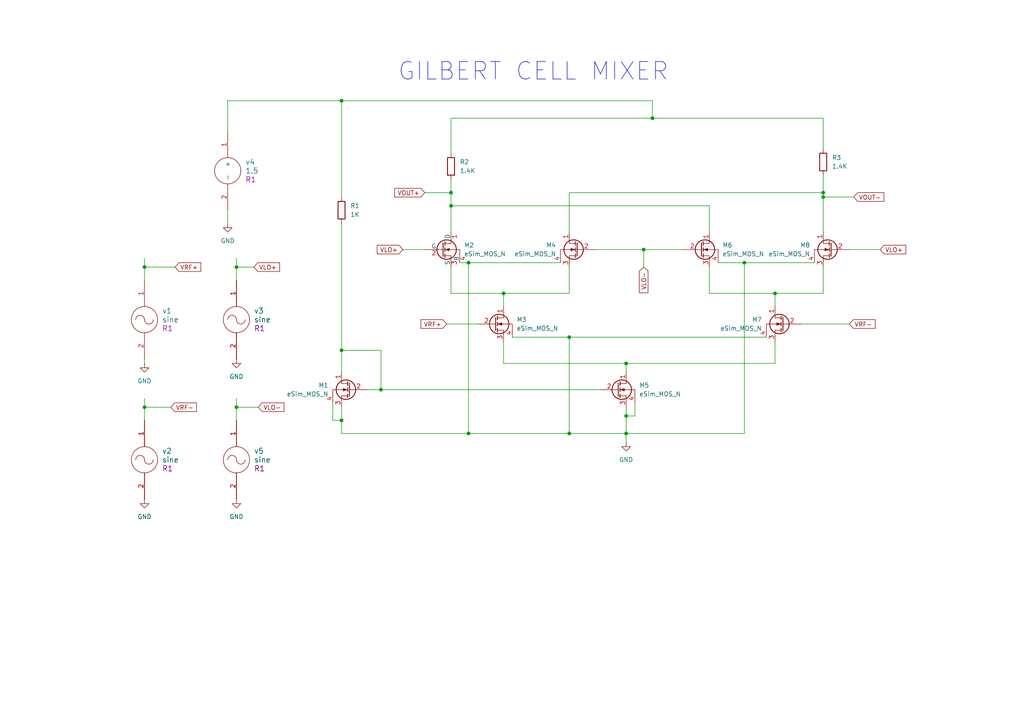
<source format=kicad_sch>
(kicad_sch (version 20231120) (generator "eeschema") (generator_version "8.0")
  (paper "A4")
  (lib_symbols
    (symbol "Device:R" (pin_numbers hide) (pin_names (offset 0))
      (property "Reference" "R" (at 2.032 0 90))
      (property "Value" "R" (at 0 0 90))
      (symbol "R_0_1"
        (rectangle (start -1.016 -2.54) (end 1.016 2.54) (stroke (width 0.254)))
      )
      (symbol "R_1_1"
        (pin passive line (at 0 3.81 270) (length 1.27) (name "~") (number "1"))
        (pin passive line (at 0 -3.81 90) (length 1.27) (name "~") (number "2"))
      )
    )
    (symbol "eSim_Devices:eSim_MOS_N" (pin_names (offset 0) hide)
      (property "Reference" "M" (at 0 -3.81 0))
      (property "Value" "eSim_MOS_N" (at 2.54 -1.27 0))
      (symbol "eSim_MOS_N_0_1"
        (polyline (pts (xy 3.302 -7.366) (xy 3.302 -6.35)) (stroke (width 0.254)))
        (polyline (pts (xy 3.302 -6.858) (xy 5.08 -6.858)))
        (polyline (pts (xy 3.302 -5.588) (xy 3.302 -4.572)) (stroke (width 0.254)))
        (polyline (pts (xy 3.302 -5.08) (xy 5.08 -5.08)))
        (polyline (pts (xy 3.302 -3.81) (xy 3.302 -2.794)) (stroke (width 0.254)))
        (polyline (pts (xy 3.302 -3.302) (xy 5.08 -3.302)))
        (polyline (pts (xy 5.08 -7.62) (xy 5.08 -6.858)))
        (polyline (pts (xy 5.08 -3.302) (xy 5.08 -2.54)))
        (polyline (pts (xy 2.794 -6.985) (xy 2.794 -3.175) (xy 2.794 -3.175)) (stroke (width 0.254)))
        (polyline (pts (xy 5.08 -5.08) (xy 7.62 -5.08) (xy 7.62 -6.35)))
        (polyline (pts (xy 3.556 -5.08) (xy 4.572 -5.461) (xy 4.572 -4.699) (xy 3.556 -5.08)) (fill (type outline)))
        (circle (center 3.81 -5.08) (radius 2.8194) (stroke (width 0.254)))
      )
      (symbol "eSim_MOS_N_1_1"
        (pin passive line (at 5.08 0 270) (length 2.54) (name "D") (number "1"))
        (pin passive line (at -2.54 -5.08 0) (length 5.334) (name "G") (number "2"))
        (pin passive line (at 5.08 -10.16 90) (length 2.54) (name "S") (number "3"))
        (pin passive line (at 7.62 -8.89 90) (length 2.4892) (name "B") (number "4"))
      )
    )
    (symbol "eSim_MOS_N_1" (pin_names (offset 0))
      (property "Reference" "M" (at 0 -3.81 0))
      (property "Value" "eSim_MOS_N" (at 2.54 -1.27 0))
      (symbol "eSim_MOS_N_1_0_1"
        (polyline (pts (xy 3.302 -7.366) (xy 3.302 -6.35)) (stroke (width 0.254)))
        (polyline (pts (xy 3.302 -6.858) (xy 5.08 -6.858)))
        (polyline (pts (xy 3.302 -5.588) (xy 3.302 -4.572)) (stroke (width 0.254)))
        (polyline (pts (xy 3.302 -5.08) (xy 5.08 -5.08)))
        (polyline (pts (xy 3.302 -3.81) (xy 3.302 -2.794)) (stroke (width 0.254)))
        (polyline (pts (xy 3.302 -3.302) (xy 5.08 -3.302)))
        (polyline (pts (xy 5.08 -7.62) (xy 5.08 -6.858)))
        (polyline (pts (xy 5.08 -3.302) (xy 5.08 -2.54)))
        (polyline (pts (xy 2.794 -6.985) (xy 2.794 -3.175) (xy 2.794 -3.175)) (stroke (width 0.254)))
        (polyline (pts (xy 5.08 -5.08) (xy 7.62 -5.08) (xy 7.62 -6.35)))
        (polyline (pts (xy 3.556 -5.08) (xy 4.572 -5.461) (xy 4.572 -4.699) (xy 3.556 -5.08)) (fill (type outline)))
        (circle (center 3.81 -5.08) (radius 2.8194) (stroke (width 0.254)))
      )
      (symbol "eSim_MOS_N_1_1_1"
        (pin passive line (at 5.08 0 270) (length 2.54) (name "D") (number "1"))
        (pin passive line (at -2.54 -5.08 0) (length 5.334) (name "G") (number "2"))
        (pin passive line (at 5.08 -10.16 90) (length 2.54) (name "S") (number "3"))
        (pin passive line (at 7.62 -8.89 90) (length 2.4892) (name "B") (number "4"))
      )
    )
    (symbol "eSim_Sources:DC" (pin_names (offset 1.016))
      (property "Reference" "v" (at -5.08 2.54 0))
      (property "Value" "DC" (at -5.08 -1.27 0))
      (property "Footprint" "R1" (at -7.62 0 0))
      (symbol "DC_0_1"
        (circle (center 0 0) (radius 3.81))
      )
      (symbol "DC_1_1"
        (pin power_out line (at 0 11.43 270) (length 7.62) (name "+") (number "1"))
        (pin power_out line (at 0 -11.43 90) (length 7.62) (name "-") (number "2"))
      )
    )
    (symbol "eSim_Sources:sine" (pin_names (offset 1.016))
      (property "Reference" "v" (at -5.08 2.54 0))
      (property "Value" "sine" (at -5.08 -1.27 0))
      (property "Footprint" "R1" (at -7.62 0 0))
      (symbol "sine_0_1"
        (arc (start 0 0) (mid -1.27 1.2645) (end -2.54 0))
        (arc (start 0 0) (mid 1.27 -1.2645) (end 2.54 0))
        (circle (center 0 0) (radius 3.81))
      )
      (symbol "sine_1_1"
        (pin input line (at 0 11.43 270) (length 7.62) (name "+") (number "1"))
        (pin input line (at 0 -11.43 90) (length 7.62) (name "-") (number "2"))
      )
    )
    (symbol "power:GND" (power) (pin_numbers hide) (pin_names (offset 0) hide)
      (property "Value" "GND" (at 0 -3.81 0))
      (symbol "GND_0_1"
        (polyline (pts (xy 0 0) (xy 0 -1.27) (xy 1.27 -1.27) (xy 0 -2.54) (xy -1.27 -1.27) (xy 0 -1.27)))
      )
      (symbol "GND_1_1"
        (pin power_in line (at 0 0 270) (length 0) (name "~") (number "1"))
      )
    )
  )
  (junction (at 165.1 125.73))
  (junction (at 238.76 57.15))
  (junction (at 130.81 55.88))
  (junction (at 181.61 105.41))
  (junction (at 181.61 125.73))
  (junction (at 215.9 76.2))
  (junction (at 238.76 55.88))
  (junction (at 99.06 101.6))
  (junction (at 68.58 77.47))
  (junction (at 186.69 72.39))
  (junction (at 165.1 97.79))
  (junction (at 135.89 76.2))
  (junction (at 130.81 59.69))
  (junction (at 189.23 34.29))
  (junction (at 99.06 121.92))
  (junction (at 146.05 85.09))
  (junction (at 181.61 120.65))
  (junction (at 41.91 77.47))
  (junction (at 110.49 113.03))
  (junction (at 41.91 118.11))
  (junction (at 99.06 29.21))
  (junction (at 135.89 125.73))
  (junction (at 68.58 118.11))
  (junction (at 224.79 85.09))
  (wire (pts (xy 205.74 77.47) (xy 205.74 85.09)))
  (wire (pts (xy 66.04 60.96) (xy 66.04 64.77)))
  (wire (pts (xy 96.52 116.84) (xy 96.52 121.92)))
  (wire (pts (xy 181.61 105.41) (xy 224.79 105.41)))
  (wire (pts (xy 146.05 85.09) (xy 146.05 88.9)))
  (wire (pts (xy 41.91 77.47) (xy 50.8 77.47)))
  (wire (pts (xy 68.58 74.93) (xy 68.58 77.47)))
  (wire (pts (xy 68.58 115.57) (xy 68.58 118.11)))
  (wire (pts (xy 106.68 113.03) (xy 110.49 113.03)))
  (wire (pts (xy 224.79 85.09) (xy 238.76 85.09)))
  (wire (pts (xy 215.9 76.2) (xy 215.9 125.73)))
  (wire (pts (xy 247.65 57.15) (xy 238.76 57.15)))
  (wire (pts (xy 208.28 76.2) (xy 215.9 76.2)))
  (wire (pts (xy 130.81 44.45) (xy 130.81 34.29)))
  (wire (pts (xy 186.69 72.39) (xy 186.69 77.47)))
  (wire (pts (xy 96.52 121.92) (xy 99.06 121.92)))
  (wire (pts (xy 130.81 59.69) (xy 205.74 59.69)))
  (wire (pts (xy 41.91 77.47) (xy 41.91 81.28)))
  (wire (pts (xy 189.23 34.29) (xy 238.76 34.29)))
  (wire (pts (xy 165.1 97.79) (xy 165.1 125.73)))
  (wire (pts (xy 99.06 125.73) (xy 135.89 125.73)))
  (wire (pts (xy 99.06 101.6) (xy 99.06 107.95)))
  (wire (pts (xy 181.61 118.11) (xy 181.61 120.65)))
  (wire (pts (xy 146.05 85.09) (xy 165.1 85.09)))
  (wire (pts (xy 165.1 97.79) (xy 222.25 97.79)))
  (wire (pts (xy 66.04 29.21) (xy 99.06 29.21)))
  (wire (pts (xy 181.61 120.65) (xy 181.61 125.73)))
  (wire (pts (xy 129.54 93.98) (xy 138.43 93.98)))
  (wire (pts (xy 146.05 99.06) (xy 146.05 105.41)))
  (wire (pts (xy 224.79 85.09) (xy 224.79 88.9)))
  (wire (pts (xy 41.91 115.57) (xy 41.91 118.11)))
  (wire (pts (xy 41.91 104.14) (xy 41.91 105.41)))
  (wire (pts (xy 135.89 76.2) (xy 162.56 76.2)))
  (wire (pts (xy 181.61 125.73) (xy 215.9 125.73)))
  (wire (pts (xy 41.91 74.93) (xy 41.91 77.47)))
  (wire (pts (xy 133.35 76.2) (xy 135.89 76.2)))
  (wire (pts (xy 110.49 101.6) (xy 110.49 113.03)))
  (wire (pts (xy 215.9 76.2) (xy 236.22 76.2)))
  (wire (pts (xy 68.58 118.11) (xy 68.58 121.92)))
  (wire (pts (xy 99.06 29.21) (xy 99.06 57.15)))
  (wire (pts (xy 181.61 105.41) (xy 181.61 107.95)))
  (wire (pts (xy 130.81 34.29) (xy 189.23 34.29)))
  (wire (pts (xy 186.69 72.39) (xy 198.12 72.39)))
  (wire (pts (xy 135.89 125.73) (xy 165.1 125.73)))
  (wire (pts (xy 165.1 77.47) (xy 165.1 85.09)))
  (wire (pts (xy 165.1 55.88) (xy 238.76 55.88)))
  (wire (pts (xy 68.58 77.47) (xy 68.58 81.28)))
  (wire (pts (xy 130.81 77.47) (xy 130.81 85.09)))
  (wire (pts (xy 205.74 85.09) (xy 224.79 85.09)))
  (wire (pts (xy 238.76 50.8) (xy 238.76 55.88)))
  (wire (pts (xy 238.76 57.15) (xy 238.76 67.31)))
  (wire (pts (xy 41.91 118.11) (xy 49.53 118.11)))
  (wire (pts (xy 130.81 85.09) (xy 146.05 85.09)))
  (wire (pts (xy 41.91 118.11) (xy 41.91 121.92)))
  (wire (pts (xy 99.06 118.11) (xy 99.06 121.92)))
  (wire (pts (xy 99.06 64.77) (xy 99.06 101.6)))
  (wire (pts (xy 74.93 118.11) (xy 68.58 118.11)))
  (wire (pts (xy 135.89 76.2) (xy 135.89 125.73)))
  (wire (pts (xy 123.19 55.88) (xy 130.81 55.88)))
  (wire (pts (xy 238.76 77.47) (xy 238.76 85.09)))
  (wire (pts (xy 181.61 120.65) (xy 184.15 120.65)))
  (wire (pts (xy 130.81 55.88) (xy 130.81 59.69)))
  (wire (pts (xy 73.66 77.47) (xy 68.58 77.47)))
  (wire (pts (xy 205.74 67.31) (xy 205.74 59.69)))
  (wire (pts (xy 99.06 29.21) (xy 189.23 29.21)))
  (wire (pts (xy 172.72 72.39) (xy 186.69 72.39)))
  (wire (pts (xy 116.84 72.39) (xy 123.19 72.39)))
  (wire (pts (xy 189.23 29.21) (xy 189.23 34.29)))
  (wire (pts (xy 99.06 121.92) (xy 99.06 125.73)))
  (wire (pts (xy 99.06 101.6) (xy 110.49 101.6)))
  (wire (pts (xy 238.76 55.88) (xy 238.76 57.15)))
  (wire (pts (xy 232.41 93.98) (xy 246.38 93.98)))
  (wire (pts (xy 165.1 67.31) (xy 165.1 55.88)))
  (wire (pts (xy 224.79 99.06) (xy 224.79 105.41)))
  (wire (pts (xy 238.76 34.29) (xy 238.76 43.18)))
  (wire (pts (xy 246.38 72.39) (xy 255.27 72.39)))
  (wire (pts (xy 110.49 113.03) (xy 173.99 113.03)))
  (wire (pts (xy 130.81 59.69) (xy 130.81 67.31)))
  (wire (pts (xy 165.1 125.73) (xy 181.61 125.73)))
  (wire (pts (xy 66.04 38.1) (xy 66.04 29.21)))
  (wire (pts (xy 148.59 97.79) (xy 165.1 97.79)))
  (wire (pts (xy 146.05 105.41) (xy 181.61 105.41)))
  (wire (pts (xy 181.61 125.73) (xy 181.61 128.27)))
  (wire (pts (xy 130.81 52.07) (xy 130.81 55.88)))
  (wire (pts (xy 184.15 120.65) (xy 184.15 116.84)))
  (text "GILBERT CELL MIXER" (at 154.686 20.828 0) (effects (font (size 5.08 5.08))))
  (global_label "VRF-" (shape input) (at 49.53 118.11 0) (property "Intersheetrefs" "${INTERSHEET_REFS}" (effects (hide yes))))
  (global_label "VLO+" (shape input) (at 73.66 77.47 0) (property "Intersheetrefs" "${INTERSHEET_REFS}" (effects (hide yes))))
  (global_label "VLO-" (shape input) (at 74.93 118.11 0) (property "Intersheetrefs" "${INTERSHEET_REFS}" (effects (hide yes))))
  (global_label "VLO-" (shape input) (at 186.69 77.47 270) (property "Intersheetrefs" "${INTERSHEET_REFS}" (effects (hide yes))))
  (global_label "VRF+" (shape input) (at 129.54 93.98 180) (property "Intersheetrefs" "${INTERSHEET_REFS}" (effects (hide yes))))
  (global_label "VLO+" (shape input) (at 116.84 72.39 180) (property "Intersheetrefs" "${INTERSHEET_REFS}" (effects (hide yes))))
  (global_label "VOUT-" (shape input) (at 247.65 57.15 0) (property "Intersheetrefs" "${INTERSHEET_REFS}" (effects (hide yes))))
  (global_label "VRF+" (shape input) (at 50.8 77.47 0) (property "Intersheetrefs" "${INTERSHEET_REFS}" (effects (hide yes))))
  (global_label "VOUT+" (shape input) (at 123.19 55.88 180) (property "Intersheetrefs" "${INTERSHEET_REFS}" (effects (hide yes))))
  (global_label "VLO+" (shape input) (at 255.27 72.39 0) (property "Intersheetrefs" "${INTERSHEET_REFS}" (effects (hide yes))))
  (global_label "VRF-" (shape input) (at 246.38 93.98 0) (property "Intersheetrefs" "${INTERSHEET_REFS}" (effects (hide yes))))
  (symbol (lib_name "eSim_MOS_N_1") (lib_id "eSim_Devices:eSim_MOS_N") (at 125.73 67.31 0) (unit 1)
    (property "Reference" "M2" (at 134.62 71.1199 0) (effects (justify left)))
    (property "Value" "eSim_MOS_N" (at 134.62 73.6599 0) (effects (justify left)))
    (property "Sim.Library" "/home/ajay/ihp/IHP-Open-PDK/ihp-sg13g2/libs.tech/ngspice/models/MOSlv_tt.lib" (effects (hide yes)))
    (property "Sim.Name" "sg13_lv_nmos" (effects (hide yes)))
    (property "Sim.Device" "SUBCKT" (effects (hide yes)))
    (property "Sim.Pins" "1=d 2=g 3=s 4=b" (effects (hide yes)))
    (property "Sim.Params" "w=13u l=0.13u" (effects (hide yes)))
  )
  (symbol (lib_id "eSim_Devices:eSim_MOS_N") (at 170.18 67.31 0) (mirror y) (unit 1)
    (property "Reference" "M4" (at 161.29 71.1199 0) (effects (justify left)))
    (property "Value" "eSim_MOS_N" (at 161.29 73.6599 0) (effects (justify left)))
    (property "Sim.Library" "/home/ajay/ihp/IHP-Open-PDK/ihp-sg13g2/libs.tech/ngspice/models/MOSlv_tt.lib" (effects (hide yes)))
    (property "Sim.Name" "sg13_lv_nmos" (effects (hide yes)))
    (property "Sim.Device" "SUBCKT" (effects (hide yes)))
    (property "Sim.Pins" "1=d 2=g 3=s 4=b" (effects (hide yes)))
    (property "Sim.Params" "w=13u l=0.13u" (effects (hide yes)))
  )
  (symbol (lib_id "eSim_Devices:eSim_MOS_N") (at 140.97 88.9 0) (unit 1)
    (property "Reference" "M3" (at 149.86 92.7099 0) (effects (justify left)))
    (property "Value" "eSim_MOS_N" (at 149.86 95.2499 0) (effects (justify left)))
    (property "Sim.Library" "/home/ajay/ihp/IHP-Open-PDK/ihp-sg13g2/libs.tech/ngspice/models/MOSlv_tt.lib" (effects (hide yes)))
    (property "Sim.Name" "sg13_lv_nmos" (effects (hide yes)))
    (property "Sim.Device" "SUBCKT" (effects (hide yes)))
    (property "Sim.Pins" "1=d 2=g 3=s 4=b" (effects (hide yes)))
    (property "Sim.Params" "w=8u l=0.13u" (effects (hide yes)))
  )
  (symbol (lib_id "eSim_Devices:eSim_MOS_N") (at 176.53 107.95 0) (unit 1)
    (property "Reference" "M5" (at 185.42 111.7599 0) (effects (justify left)))
    (property "Value" "eSim_MOS_N" (at 185.42 114.2999 0) (effects (justify left)))
    (property "Sim.Library" "/home/ajay/ihp/IHP-Open-PDK/ihp-sg13g2/libs.tech/ngspice/models/MOSlv_tt.lib" (effects (hide yes)))
    (property "Sim.Name" "sg13_lv_nmos" (effects (hide yes)))
    (property "Sim.Device" "SUBCKT" (effects (hide yes)))
    (property "Sim.Pins" "1=d 2=g 3=s 4=b" (effects (hide yes)))
    (property "Sim.Params" "w=10.1u l=0.13u" (effects (hide yes)))
  )
  (symbol (lib_id "eSim_Devices:eSim_MOS_N") (at 243.84 67.31 0) (mirror y) (unit 1)
    (property "Reference" "M8" (at 234.95 71.1199 0) (effects (justify left)))
    (property "Value" "eSim_MOS_N" (at 234.95 73.6599 0) (effects (justify left)))
    (property "Sim.Library" "/home/ajay/ihp/IHP-Open-PDK/ihp-sg13g2/libs.tech/ngspice/models/MOSlv_tt.lib" (effects (hide yes)))
    (property "Sim.Name" "sg13_lv_nmos" (effects (hide yes)))
    (property "Sim.Device" "SUBCKT" (effects (hide yes)))
    (property "Sim.Pins" "1=d 2=g 3=s 4=b" (effects (hide yes)))
    (property "Sim.Params" "w=13u l=0.13u" (effects (hide yes)))
  )
  (symbol (lib_id "eSim_Sources:sine") (at 68.58 133.35 0) (unit 1)
    (property "Reference" "v5" (at 73.66 130.8099 0) (effects (font (size 1.524 1.524)) (justify left)))
    (property "Value" "sine" (at 73.66 133.3499 0) (effects (font (size 1.524 1.524)) (justify left)))
    (property "Footprint" "R1" (at 73.66 135.8899 0) (effects (font (size 1.524 1.524)) (justify left)))
    (property "Sim.Device" "V" (effects (hide yes)))
    (property "Sim.Type" "SIN" (effects (hide yes)))
    (property "Sim.Pins" "1=+ 2=-" (effects (hide yes)))
    (property "Sim.Params" "dc=1 ampl=-30m f=2G td=0 theta=0 phase=0 ac=30m ph=180" (effects (hide yes)))
  )
  (symbol (lib_id "Device:R") (at 238.76 46.99 0) (unit 1)
    (property "Reference" "R3" (at 241.3 45.7199 0) (effects (justify left)))
    (property "Value" "1.4K" (at 241.3 48.2599 0) (effects (justify left)))
    (property "Description" "Resistor" (effects (hide yes)))
    (property "Sim.Device" "R" (effects (hide yes)))
    (property "Sim.Pins" "1=+ 2=-" (effects (hide yes)))
  )
  (symbol (lib_id "power:GND") (at 68.58 104.14 0) (unit 1)
    (property "Reference" "#PWR3" (effects (hide yes)))
    (property "Value" "GND" (at 68.58 109.22 0))
    (property "Description" "Power symbol creates a global label with name \"GND\" , ground" (effects (hide yes)))
  )
  (symbol (lib_id "power:GND") (at 41.91 105.41 0) (unit 1)
    (property "Reference" "#PWR1" (effects (hide yes)))
    (property "Value" "GND" (at 41.91 110.49 0))
    (property "Description" "Power symbol creates a global label with name \"GND\" , ground" (effects (hide yes)))
  )
  (symbol (lib_id "power:GND") (at 66.04 64.77 0) (unit 1)
    (property "Reference" "#PWR4" (effects (hide yes)))
    (property "Value" "GND" (at 66.04 69.85 0))
    (property "Description" "Power symbol creates a global label with name \"GND\" , ground" (effects (hide yes)))
  )
  (symbol (lib_id "eSim_Sources:sine") (at 68.58 92.71 0) (unit 1)
    (property "Reference" "v3" (at 73.66 90.1699 0) (effects (font (size 1.524 1.524)) (justify left)))
    (property "Value" "sine" (at 73.66 92.7099 0) (effects (font (size 1.524 1.524)) (justify left)))
    (property "Footprint" "R1" (at 73.66 95.2499 0) (effects (font (size 1.524 1.524)) (justify left)))
    (property "Sim.Device" "V" (effects (hide yes)))
    (property "Sim.Type" "SIN" (effects (hide yes)))
    (property "Sim.Pins" "1=+ 2=-" (effects (hide yes)))
    (property "Sim.Params" "dc=1 ampl=30m f=2G td=0 theta=0 phase=0 ac=30m ph=0" (effects (hide yes)))
  )
  (symbol (lib_id "power:GND") (at 181.61 128.27 0) (unit 1)
    (property "Reference" "#PWR6" (effects (hide yes)))
    (property "Value" "GND" (at 181.61 133.35 0))
    (property "Description" "Power symbol creates a global label with name \"GND\" , ground" (effects (hide yes)))
  )
  (symbol (lib_id "eSim_Sources:DC") (at 66.04 49.53 0) (unit 1)
    (property "Reference" "v4" (at 71.12 46.9899 0) (effects (font (size 1.524 1.524)) (justify left)))
    (property "Value" "1.5" (at 71.12 49.5299 0) (effects (font (size 1.524 1.524)) (justify left)))
    (property "Footprint" "R1" (at 71.12 52.0699 0) (effects (font (size 1.524 1.524)) (justify left)))
    (property "Sim.Device" "V" (effects (hide yes)))
    (property "Sim.Type" "DC" (effects (hide yes)))
    (property "Sim.Pins" "1=+ 2=-" (effects (hide yes)))
    (property "Sim.Params" "ac=1.5" (effects (hide yes)))
  )
  (symbol (lib_id "eSim_Devices:eSim_MOS_N") (at 229.87 88.9 0) (mirror y) (unit 1)
    (property "Reference" "M7" (at 220.98 92.7099 0) (effects (justify left)))
    (property "Value" "eSim_MOS_N" (at 220.98 95.2499 0) (effects (justify left)))
    (property "Sim.Library" "/home/ajay/ihp/IHP-Open-PDK/ihp-sg13g2/libs.tech/ngspice/models/MOSlv_tt.lib" (effects (hide yes)))
    (property "Sim.Name" "sg13_lv_nmos" (effects (hide yes)))
    (property "Sim.Device" "SUBCKT" (effects (hide yes)))
    (property "Sim.Pins" "1=d 2=g 3=s 4=b" (effects (hide yes)))
    (property "Sim.Params" "w=8u l=0.13u" (effects (hide yes)))
  )
  (symbol (lib_id "Device:R") (at 99.06 60.96 0) (unit 1)
    (property "Reference" "R1" (at 101.6 59.6899 0) (effects (justify left)))
    (property "Value" "1K" (at 101.6 62.2299 0) (effects (justify left)))
    (property "Description" "Resistor" (effects (hide yes)))
    (property "Sim.Device" "R" (effects (hide yes)))
    (property "Sim.Pins" "1=+ 2=-" (effects (hide yes)))
  )
  (symbol (lib_id "eSim_Sources:sine") (at 41.91 92.71 0) (unit 1)
    (property "Reference" "v1" (at 46.99 90.1699 0) (effects (font (size 1.524 1.524)) (justify left)))
    (property "Value" "sine" (at 46.99 92.7099 0) (effects (font (size 1.524 1.524)) (justify left)))
    (property "Footprint" "R1" (at 46.99 95.2499 0) (effects (font (size 1.524 1.524)) (justify left)))
    (property "Sim.Device" "V" (effects (hide yes)))
    (property "Sim.Type" "SIN" (effects (hide yes)))
    (property "Sim.Pins" "1=+ 2=-" (effects (hide yes)))
    (property "Sim.Params" "dc=0.7 ampl=5m f=0.1G td=0 theta=0 phase=0 ac=5m ph=0" (effects (hide yes)))
  )
  (symbol (lib_id "power:GND") (at 41.91 144.78 0) (unit 1)
    (property "Reference" "#PWR2" (effects (hide yes)))
    (property "Value" "GND" (at 41.91 149.86 0))
    (property "Description" "Power symbol creates a global label with name \"GND\" , ground" (effects (hide yes)))
  )
  (symbol (lib_id "eSim_Devices:eSim_MOS_N") (at 104.14 107.95 0) (mirror y) (unit 1)
    (property "Reference" "M1" (at 95.25 111.7599 0) (effects (justify left)))
    (property "Value" "eSim_MOS_N" (at 95.25 114.2999 0) (effects (justify left)))
    (property "Sim.Library" "/home/ajay/ihp/IHP-Open-PDK/ihp-sg13g2/libs.tech/ngspice/models/MOSlv_tt.lib" (effects (hide yes)))
    (property "Sim.Name" "sg13_lv_nmos" (effects (hide yes)))
    (property "Sim.Device" "SUBCKT" (effects (hide yes)))
    (property "Sim.Pins" "1=d 2=g 3=s 4=b" (effects (hide yes)))
    (property "Sim.Params" "w=2u l=0.13u" (effects (hide yes)))
  )
  (symbol (lib_id "eSim_Devices:eSim_MOS_N") (at 200.66 67.31 0) (unit 1)
    (property "Reference" "M6" (at 209.55 71.1199 0) (effects (justify left)))
    (property "Value" "eSim_MOS_N" (at 209.55 73.6599 0) (effects (justify left)))
    (property "Sim.Library" "/home/ajay/ihp/IHP-Open-PDK/ihp-sg13g2/libs.tech/ngspice/models/MOSlv_tt.lib" (effects (hide yes)))
    (property "Sim.Name" "sg13_lv_nmos" (effects (hide yes)))
    (property "Sim.Device" "SUBCKT" (effects (hide yes)))
    (property "Sim.Pins" "1=d 2=g 3=s 4=b" (effects (hide yes)))
    (property "Sim.Params" "w=13u l=0.13u" (effects (hide yes)))
  )
  (symbol (lib_id "eSim_Sources:sine") (at 41.91 133.35 0) (unit 1)
    (property "Reference" "v2" (at 46.99 130.8099 0) (effects (font (size 1.524 1.524)) (justify left)))
    (property "Value" "sine" (at 46.99 133.3499 0) (effects (font (size 1.524 1.524)) (justify left)))
    (property "Footprint" "R1" (at 46.99 135.8899 0) (effects (font (size 1.524 1.524)) (justify left)))
    (property "Sim.Device" "V" (effects (hide yes)))
    (property "Sim.Type" "SIN" (effects (hide yes)))
    (property "Sim.Pins" "1=+ 2=-" (effects (hide yes)))
    (property "Sim.Params" "dc=0.7 ampl=-5m f=0.1G td=0 theta=0 phase=0 ac=5m ph=180" (effects (hide yes)))
  )
  (symbol (lib_id "power:GND") (at 68.58 144.78 0) (unit 1)
    (property "Reference" "#PWR5" (effects (hide yes)))
    (property "Value" "GND" (at 68.58 149.86 0))
    (property "Description" "Power symbol creates a global label with name \"GND\" , ground" (effects (hide yes)))
  )
  (symbol (lib_id "Device:R") (at 130.81 48.26 0) (unit 1)
    (property "Reference" "R2" (at 133.35 46.9899 0) (effects (justify left)))
    (property "Value" "1.4K" (at 133.35 49.5299 0) (effects (justify left)))
    (property "Description" "Resistor" (effects (hide yes)))
    (property "Sim.Device" "R" (effects (hide yes)))
    (property "Sim.Pins" "1=+ 2=-" (effects (hide yes)))
  )
)
</source>
